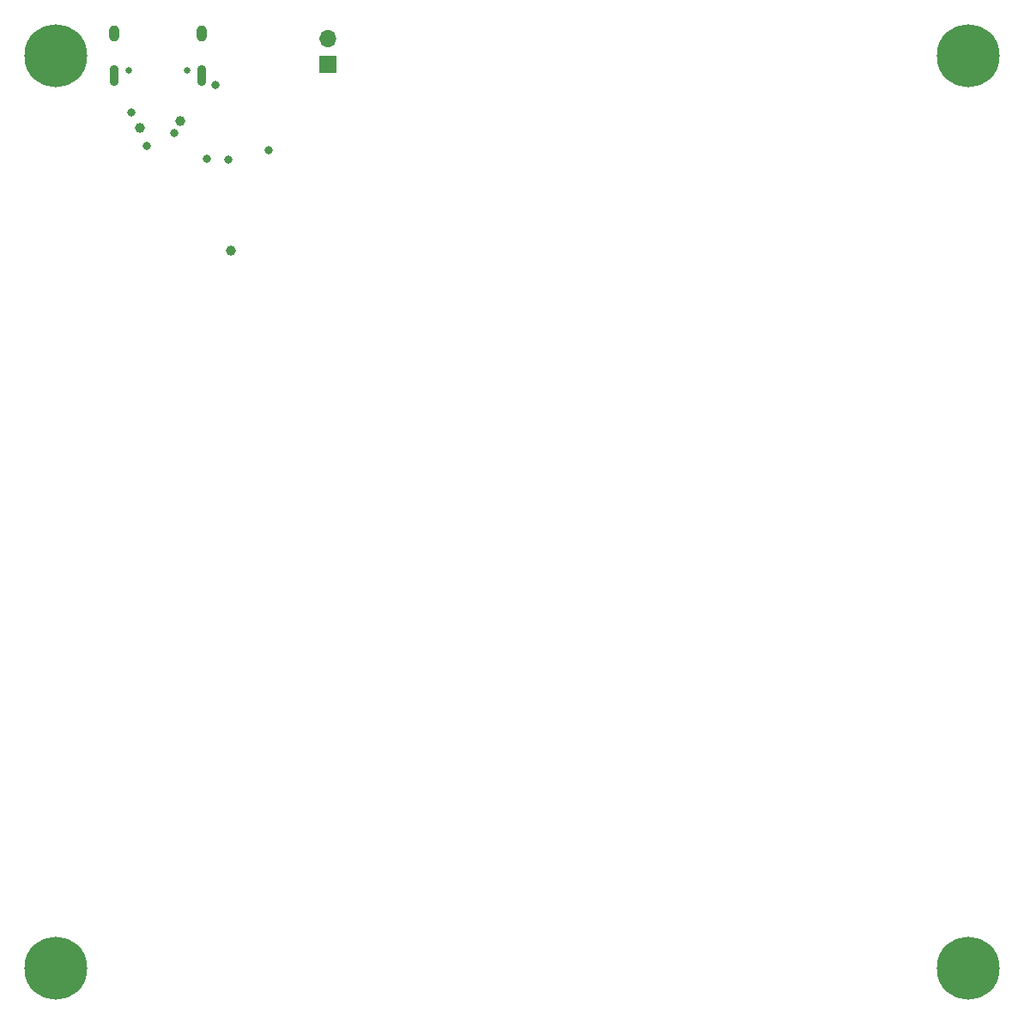
<source format=gbr>
%TF.GenerationSoftware,KiCad,Pcbnew,5.1.10-88a1d61d58~90~ubuntu20.04.1*%
%TF.CreationDate,2021-09-19T21:40:22+08:00*%
%TF.ProjectId,IP2721-USB-C-breakout,49503237-3231-42d5-9553-422d432d6272,rev?*%
%TF.SameCoordinates,Original*%
%TF.FileFunction,Soldermask,Bot*%
%TF.FilePolarity,Negative*%
%FSLAX46Y46*%
G04 Gerber Fmt 4.6, Leading zero omitted, Abs format (unit mm)*
G04 Created by KiCad (PCBNEW 5.1.10-88a1d61d58~90~ubuntu20.04.1) date 2021-09-19 21:40:22*
%MOMM*%
%LPD*%
G01*
G04 APERTURE LIST*
%ADD10C,1.200000*%
%ADD11O,1.000000X1.600000*%
%ADD12O,0.900000X2.100000*%
%ADD13C,0.650000*%
%ADD14O,1.700000X1.700000*%
%ADD15R,1.700000X1.700000*%
%ADD16C,6.200000*%
%ADD17C,0.800000*%
%ADD18C,1.000000*%
G04 APERTURE END LIST*
D10*
%TO.C,H2*%
X206905000Y-50000000D02*
G75*
G03*
X206905000Y-50000000I-1905000J0D01*
G01*
%TO.C,H1*%
X116905000Y-50000000D02*
G75*
G03*
X116905000Y-50000000I-1905000J0D01*
G01*
%TO.C,H4*%
X116905000Y-140000000D02*
G75*
G03*
X116905000Y-140000000I-1905000J0D01*
G01*
%TO.C,H3*%
X206905000Y-140000000D02*
G75*
G03*
X206905000Y-140000000I-1905000J0D01*
G01*
%TD*%
D11*
%TO.C,U2*%
X129374560Y-47794620D03*
X120734560Y-47794620D03*
D12*
X129374560Y-51974620D03*
X120734560Y-51974620D03*
D13*
X127944560Y-51474620D03*
X122164560Y-51474620D03*
%TD*%
D14*
%TO.C,J1*%
X141869560Y-48318420D03*
D15*
X141869560Y-50858420D03*
%TD*%
D16*
%TO.C,H2*%
X205000000Y-50000000D03*
%TD*%
%TO.C,H1*%
X115000000Y-50000000D03*
%TD*%
%TO.C,H4*%
X115000000Y-140000000D03*
%TD*%
%TO.C,H3*%
X205000000Y-140000000D03*
%TD*%
D17*
X130741420Y-52915820D03*
X135958580Y-59301380D03*
X122444130Y-55554880D03*
D18*
X127299720Y-56474360D03*
X132265420Y-69181980D03*
X123294140Y-57096660D03*
D17*
X129909060Y-60180220D03*
X123985020Y-58892440D03*
X132046560Y-60235920D03*
X126702820Y-57655460D03*
M02*

</source>
